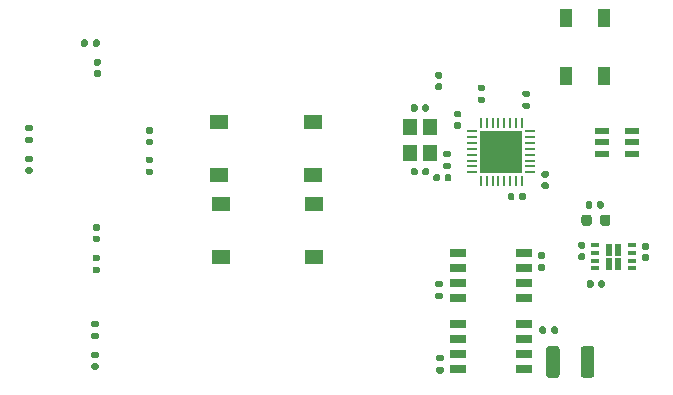
<source format=gtp>
%TF.GenerationSoftware,KiCad,Pcbnew,(5.1.12)-1*%
%TF.CreationDate,2023-03-06T18:53:53+01:00*%
%TF.ProjectId,C4V1,43345631-2e6b-4696-9361-645f70636258,rev?*%
%TF.SameCoordinates,Original*%
%TF.FileFunction,Paste,Top*%
%TF.FilePolarity,Positive*%
%FSLAX46Y46*%
G04 Gerber Fmt 4.6, Leading zero omitted, Abs format (unit mm)*
G04 Created by KiCad (PCBNEW (5.1.12)-1) date 2023-03-06 18:53:53*
%MOMM*%
%LPD*%
G01*
G04 APERTURE LIST*
%ADD10R,1.000000X1.500000*%
%ADD11R,1.550000X1.300000*%
%ADD12R,1.200000X1.400000*%
%ADD13R,0.600000X1.000000*%
%ADD14R,0.650000X0.350000*%
%ADD15R,1.350000X0.650000*%
%ADD16R,3.600000X3.600000*%
%ADD17R,0.250000X0.850000*%
%ADD18R,0.850000X0.250000*%
%ADD19R,1.200000X0.600000*%
G04 APERTURE END LIST*
D10*
X105510000Y-103910000D03*
X108710000Y-103910000D03*
X105510000Y-99010000D03*
X108710000Y-99010000D03*
D11*
X84175000Y-119250000D03*
X84175000Y-114750000D03*
X76225000Y-114750000D03*
X76225000Y-119250000D03*
X76125000Y-107750000D03*
X76125000Y-112250000D03*
X84075000Y-112250000D03*
X84075000Y-107750000D03*
G36*
G01*
X94530000Y-104500000D02*
X94870000Y-104500000D01*
G75*
G02*
X95010000Y-104640000I0J-140000D01*
G01*
X95010000Y-104920000D01*
G75*
G02*
X94870000Y-105060000I-140000J0D01*
G01*
X94530000Y-105060000D01*
G75*
G02*
X94390000Y-104920000I0J140000D01*
G01*
X94390000Y-104640000D01*
G75*
G02*
X94530000Y-104500000I140000J0D01*
G01*
G37*
G36*
G01*
X94530000Y-103540000D02*
X94870000Y-103540000D01*
G75*
G02*
X95010000Y-103680000I0J-140000D01*
G01*
X95010000Y-103960000D01*
G75*
G02*
X94870000Y-104100000I-140000J0D01*
G01*
X94530000Y-104100000D01*
G75*
G02*
X94390000Y-103960000I0J140000D01*
G01*
X94390000Y-103680000D01*
G75*
G02*
X94530000Y-103540000I140000J0D01*
G01*
G37*
G36*
G01*
X65440000Y-101285000D02*
X65440000Y-100915000D01*
G75*
G02*
X65575000Y-100780000I135000J0D01*
G01*
X65845000Y-100780000D01*
G75*
G02*
X65980000Y-100915000I0J-135000D01*
G01*
X65980000Y-101285000D01*
G75*
G02*
X65845000Y-101420000I-135000J0D01*
G01*
X65575000Y-101420000D01*
G75*
G02*
X65440000Y-101285000I0J135000D01*
G01*
G37*
G36*
G01*
X64420000Y-101285000D02*
X64420000Y-100915000D01*
G75*
G02*
X64555000Y-100780000I135000J0D01*
G01*
X64825000Y-100780000D01*
G75*
G02*
X64960000Y-100915000I0J-135000D01*
G01*
X64960000Y-101285000D01*
G75*
G02*
X64825000Y-101420000I-135000J0D01*
G01*
X64555000Y-101420000D01*
G75*
G02*
X64420000Y-101285000I0J135000D01*
G01*
G37*
G36*
G01*
X65885000Y-119560000D02*
X65515000Y-119560000D01*
G75*
G02*
X65380000Y-119425000I0J135000D01*
G01*
X65380000Y-119155000D01*
G75*
G02*
X65515000Y-119020000I135000J0D01*
G01*
X65885000Y-119020000D01*
G75*
G02*
X66020000Y-119155000I0J-135000D01*
G01*
X66020000Y-119425000D01*
G75*
G02*
X65885000Y-119560000I-135000J0D01*
G01*
G37*
G36*
G01*
X65885000Y-120580000D02*
X65515000Y-120580000D01*
G75*
G02*
X65380000Y-120445000I0J135000D01*
G01*
X65380000Y-120175000D01*
G75*
G02*
X65515000Y-120040000I135000J0D01*
G01*
X65885000Y-120040000D01*
G75*
G02*
X66020000Y-120175000I0J-135000D01*
G01*
X66020000Y-120445000D01*
G75*
G02*
X65885000Y-120580000I-135000J0D01*
G01*
G37*
G36*
G01*
X59815000Y-109050000D02*
X60185000Y-109050000D01*
G75*
G02*
X60320000Y-109185000I0J-135000D01*
G01*
X60320000Y-109455000D01*
G75*
G02*
X60185000Y-109590000I-135000J0D01*
G01*
X59815000Y-109590000D01*
G75*
G02*
X59680000Y-109455000I0J135000D01*
G01*
X59680000Y-109185000D01*
G75*
G02*
X59815000Y-109050000I135000J0D01*
G01*
G37*
G36*
G01*
X59815000Y-108030000D02*
X60185000Y-108030000D01*
G75*
G02*
X60320000Y-108165000I0J-135000D01*
G01*
X60320000Y-108435000D01*
G75*
G02*
X60185000Y-108570000I-135000J0D01*
G01*
X59815000Y-108570000D01*
G75*
G02*
X59680000Y-108435000I0J135000D01*
G01*
X59680000Y-108165000D01*
G75*
G02*
X59815000Y-108030000I135000J0D01*
G01*
G37*
G36*
G01*
X70385000Y-111260000D02*
X70015000Y-111260000D01*
G75*
G02*
X69880000Y-111125000I0J135000D01*
G01*
X69880000Y-110855000D01*
G75*
G02*
X70015000Y-110720000I135000J0D01*
G01*
X70385000Y-110720000D01*
G75*
G02*
X70520000Y-110855000I0J-135000D01*
G01*
X70520000Y-111125000D01*
G75*
G02*
X70385000Y-111260000I-135000J0D01*
G01*
G37*
G36*
G01*
X70385000Y-112280000D02*
X70015000Y-112280000D01*
G75*
G02*
X69880000Y-112145000I0J135000D01*
G01*
X69880000Y-111875000D01*
G75*
G02*
X70015000Y-111740000I135000J0D01*
G01*
X70385000Y-111740000D01*
G75*
G02*
X70520000Y-111875000I0J-135000D01*
G01*
X70520000Y-112145000D01*
G75*
G02*
X70385000Y-112280000I-135000J0D01*
G01*
G37*
G36*
G01*
X65415000Y-125640000D02*
X65785000Y-125640000D01*
G75*
G02*
X65920000Y-125775000I0J-135000D01*
G01*
X65920000Y-126045000D01*
G75*
G02*
X65785000Y-126180000I-135000J0D01*
G01*
X65415000Y-126180000D01*
G75*
G02*
X65280000Y-126045000I0J135000D01*
G01*
X65280000Y-125775000D01*
G75*
G02*
X65415000Y-125640000I135000J0D01*
G01*
G37*
G36*
G01*
X65415000Y-124620000D02*
X65785000Y-124620000D01*
G75*
G02*
X65920000Y-124755000I0J-135000D01*
G01*
X65920000Y-125025000D01*
G75*
G02*
X65785000Y-125160000I-135000J0D01*
G01*
X65415000Y-125160000D01*
G75*
G02*
X65280000Y-125025000I0J135000D01*
G01*
X65280000Y-124755000D01*
G75*
G02*
X65415000Y-124620000I135000J0D01*
G01*
G37*
G36*
G01*
X101915000Y-106140000D02*
X102285000Y-106140000D01*
G75*
G02*
X102420000Y-106275000I0J-135000D01*
G01*
X102420000Y-106545000D01*
G75*
G02*
X102285000Y-106680000I-135000J0D01*
G01*
X101915000Y-106680000D01*
G75*
G02*
X101780000Y-106545000I0J135000D01*
G01*
X101780000Y-106275000D01*
G75*
G02*
X101915000Y-106140000I135000J0D01*
G01*
G37*
G36*
G01*
X101915000Y-105120000D02*
X102285000Y-105120000D01*
G75*
G02*
X102420000Y-105255000I0J-135000D01*
G01*
X102420000Y-105525000D01*
G75*
G02*
X102285000Y-105660000I-135000J0D01*
G01*
X101915000Y-105660000D01*
G75*
G02*
X101780000Y-105525000I0J135000D01*
G01*
X101780000Y-105255000D01*
G75*
G02*
X101915000Y-105120000I135000J0D01*
G01*
G37*
G36*
G01*
X65630000Y-103400000D02*
X65970000Y-103400000D01*
G75*
G02*
X66110000Y-103540000I0J-140000D01*
G01*
X66110000Y-103820000D01*
G75*
G02*
X65970000Y-103960000I-140000J0D01*
G01*
X65630000Y-103960000D01*
G75*
G02*
X65490000Y-103820000I0J140000D01*
G01*
X65490000Y-103540000D01*
G75*
G02*
X65630000Y-103400000I140000J0D01*
G01*
G37*
G36*
G01*
X65630000Y-102440000D02*
X65970000Y-102440000D01*
G75*
G02*
X66110000Y-102580000I0J-140000D01*
G01*
X66110000Y-102860000D01*
G75*
G02*
X65970000Y-103000000I-140000J0D01*
G01*
X65630000Y-103000000D01*
G75*
G02*
X65490000Y-102860000I0J140000D01*
G01*
X65490000Y-102580000D01*
G75*
G02*
X65630000Y-102440000I140000J0D01*
G01*
G37*
G36*
G01*
X65870000Y-117000000D02*
X65530000Y-117000000D01*
G75*
G02*
X65390000Y-116860000I0J140000D01*
G01*
X65390000Y-116580000D01*
G75*
G02*
X65530000Y-116440000I140000J0D01*
G01*
X65870000Y-116440000D01*
G75*
G02*
X66010000Y-116580000I0J-140000D01*
G01*
X66010000Y-116860000D01*
G75*
G02*
X65870000Y-117000000I-140000J0D01*
G01*
G37*
G36*
G01*
X65870000Y-117960000D02*
X65530000Y-117960000D01*
G75*
G02*
X65390000Y-117820000I0J140000D01*
G01*
X65390000Y-117540000D01*
G75*
G02*
X65530000Y-117400000I140000J0D01*
G01*
X65870000Y-117400000D01*
G75*
G02*
X66010000Y-117540000I0J-140000D01*
G01*
X66010000Y-117820000D01*
G75*
G02*
X65870000Y-117960000I-140000J0D01*
G01*
G37*
G36*
G01*
X59830000Y-111600000D02*
X60170000Y-111600000D01*
G75*
G02*
X60310000Y-111740000I0J-140000D01*
G01*
X60310000Y-112020000D01*
G75*
G02*
X60170000Y-112160000I-140000J0D01*
G01*
X59830000Y-112160000D01*
G75*
G02*
X59690000Y-112020000I0J140000D01*
G01*
X59690000Y-111740000D01*
G75*
G02*
X59830000Y-111600000I140000J0D01*
G01*
G37*
G36*
G01*
X59830000Y-110640000D02*
X60170000Y-110640000D01*
G75*
G02*
X60310000Y-110780000I0J-140000D01*
G01*
X60310000Y-111060000D01*
G75*
G02*
X60170000Y-111200000I-140000J0D01*
G01*
X59830000Y-111200000D01*
G75*
G02*
X59690000Y-111060000I0J140000D01*
G01*
X59690000Y-110780000D01*
G75*
G02*
X59830000Y-110640000I140000J0D01*
G01*
G37*
G36*
G01*
X70370000Y-108800000D02*
X70030000Y-108800000D01*
G75*
G02*
X69890000Y-108660000I0J140000D01*
G01*
X69890000Y-108380000D01*
G75*
G02*
X70030000Y-108240000I140000J0D01*
G01*
X70370000Y-108240000D01*
G75*
G02*
X70510000Y-108380000I0J-140000D01*
G01*
X70510000Y-108660000D01*
G75*
G02*
X70370000Y-108800000I-140000J0D01*
G01*
G37*
G36*
G01*
X70370000Y-109760000D02*
X70030000Y-109760000D01*
G75*
G02*
X69890000Y-109620000I0J140000D01*
G01*
X69890000Y-109340000D01*
G75*
G02*
X70030000Y-109200000I140000J0D01*
G01*
X70370000Y-109200000D01*
G75*
G02*
X70510000Y-109340000I0J-140000D01*
G01*
X70510000Y-109620000D01*
G75*
G02*
X70370000Y-109760000I-140000J0D01*
G01*
G37*
G36*
G01*
X65430000Y-128200000D02*
X65770000Y-128200000D01*
G75*
G02*
X65910000Y-128340000I0J-140000D01*
G01*
X65910000Y-128620000D01*
G75*
G02*
X65770000Y-128760000I-140000J0D01*
G01*
X65430000Y-128760000D01*
G75*
G02*
X65290000Y-128620000I0J140000D01*
G01*
X65290000Y-128340000D01*
G75*
G02*
X65430000Y-128200000I140000J0D01*
G01*
G37*
G36*
G01*
X65430000Y-127240000D02*
X65770000Y-127240000D01*
G75*
G02*
X65910000Y-127380000I0J-140000D01*
G01*
X65910000Y-127660000D01*
G75*
G02*
X65770000Y-127800000I-140000J0D01*
G01*
X65430000Y-127800000D01*
G75*
G02*
X65290000Y-127660000I0J140000D01*
G01*
X65290000Y-127380000D01*
G75*
G02*
X65430000Y-127240000I140000J0D01*
G01*
G37*
G36*
G01*
X104925000Y-126999999D02*
X104925000Y-129200001D01*
G75*
G02*
X104675001Y-129450000I-249999J0D01*
G01*
X104024999Y-129450000D01*
G75*
G02*
X103775000Y-129200001I0J249999D01*
G01*
X103775000Y-126999999D01*
G75*
G02*
X104024999Y-126750000I249999J0D01*
G01*
X104675001Y-126750000D01*
G75*
G02*
X104925000Y-126999999I0J-249999D01*
G01*
G37*
G36*
G01*
X107875000Y-126999999D02*
X107875000Y-129200001D01*
G75*
G02*
X107625001Y-129450000I-249999J0D01*
G01*
X106974999Y-129450000D01*
G75*
G02*
X106725000Y-129200001I0J249999D01*
G01*
X106725000Y-126999999D01*
G75*
G02*
X106974999Y-126750000I249999J0D01*
G01*
X107625001Y-126750000D01*
G75*
G02*
X107875000Y-126999999I0J-249999D01*
G01*
G37*
D12*
X92250000Y-110400000D03*
X92250000Y-108200000D03*
X93950000Y-108200000D03*
X93950000Y-110400000D03*
D13*
X109112500Y-118600000D03*
X109887500Y-118600000D03*
X109887500Y-119800000D03*
X109112500Y-119800000D03*
D14*
X111050000Y-118225000D03*
X111050000Y-118875000D03*
X111050000Y-119525000D03*
X111050000Y-120175000D03*
X107950000Y-120175000D03*
X107950000Y-119525000D03*
X107950000Y-118875000D03*
X107950000Y-118225000D03*
G36*
G01*
X98485000Y-105160000D02*
X98115000Y-105160000D01*
G75*
G02*
X97980000Y-105025000I0J135000D01*
G01*
X97980000Y-104755000D01*
G75*
G02*
X98115000Y-104620000I135000J0D01*
G01*
X98485000Y-104620000D01*
G75*
G02*
X98620000Y-104755000I0J-135000D01*
G01*
X98620000Y-105025000D01*
G75*
G02*
X98485000Y-105160000I-135000J0D01*
G01*
G37*
G36*
G01*
X98485000Y-106180000D02*
X98115000Y-106180000D01*
G75*
G02*
X97980000Y-106045000I0J135000D01*
G01*
X97980000Y-105775000D01*
G75*
G02*
X98115000Y-105640000I135000J0D01*
G01*
X98485000Y-105640000D01*
G75*
G02*
X98620000Y-105775000I0J-135000D01*
G01*
X98620000Y-106045000D01*
G75*
G02*
X98485000Y-106180000I-135000J0D01*
G01*
G37*
G36*
G01*
X95215000Y-111240000D02*
X95585000Y-111240000D01*
G75*
G02*
X95720000Y-111375000I0J-135000D01*
G01*
X95720000Y-111645000D01*
G75*
G02*
X95585000Y-111780000I-135000J0D01*
G01*
X95215000Y-111780000D01*
G75*
G02*
X95080000Y-111645000I0J135000D01*
G01*
X95080000Y-111375000D01*
G75*
G02*
X95215000Y-111240000I135000J0D01*
G01*
G37*
G36*
G01*
X95215000Y-110220000D02*
X95585000Y-110220000D01*
G75*
G02*
X95720000Y-110355000I0J-135000D01*
G01*
X95720000Y-110625000D01*
G75*
G02*
X95585000Y-110760000I-135000J0D01*
G01*
X95215000Y-110760000D01*
G75*
G02*
X95080000Y-110625000I0J135000D01*
G01*
X95080000Y-110355000D01*
G75*
G02*
X95215000Y-110220000I135000J0D01*
G01*
G37*
G36*
G01*
X94985000Y-128060000D02*
X94615000Y-128060000D01*
G75*
G02*
X94480000Y-127925000I0J135000D01*
G01*
X94480000Y-127655000D01*
G75*
G02*
X94615000Y-127520000I135000J0D01*
G01*
X94985000Y-127520000D01*
G75*
G02*
X95120000Y-127655000I0J-135000D01*
G01*
X95120000Y-127925000D01*
G75*
G02*
X94985000Y-128060000I-135000J0D01*
G01*
G37*
G36*
G01*
X94985000Y-129080000D02*
X94615000Y-129080000D01*
G75*
G02*
X94480000Y-128945000I0J135000D01*
G01*
X94480000Y-128675000D01*
G75*
G02*
X94615000Y-128540000I135000J0D01*
G01*
X94985000Y-128540000D01*
G75*
G02*
X95120000Y-128675000I0J-135000D01*
G01*
X95120000Y-128945000D01*
G75*
G02*
X94985000Y-129080000I-135000J0D01*
G01*
G37*
G36*
G01*
X103760000Y-125215000D02*
X103760000Y-125585000D01*
G75*
G02*
X103625000Y-125720000I-135000J0D01*
G01*
X103355000Y-125720000D01*
G75*
G02*
X103220000Y-125585000I0J135000D01*
G01*
X103220000Y-125215000D01*
G75*
G02*
X103355000Y-125080000I135000J0D01*
G01*
X103625000Y-125080000D01*
G75*
G02*
X103760000Y-125215000I0J-135000D01*
G01*
G37*
G36*
G01*
X104780000Y-125215000D02*
X104780000Y-125585000D01*
G75*
G02*
X104645000Y-125720000I-135000J0D01*
G01*
X104375000Y-125720000D01*
G75*
G02*
X104240000Y-125585000I0J135000D01*
G01*
X104240000Y-125215000D01*
G75*
G02*
X104375000Y-125080000I135000J0D01*
G01*
X104645000Y-125080000D01*
G75*
G02*
X104780000Y-125215000I0J-135000D01*
G01*
G37*
G36*
G01*
X94885000Y-121760000D02*
X94515000Y-121760000D01*
G75*
G02*
X94380000Y-121625000I0J135000D01*
G01*
X94380000Y-121355000D01*
G75*
G02*
X94515000Y-121220000I135000J0D01*
G01*
X94885000Y-121220000D01*
G75*
G02*
X95020000Y-121355000I0J-135000D01*
G01*
X95020000Y-121625000D01*
G75*
G02*
X94885000Y-121760000I-135000J0D01*
G01*
G37*
G36*
G01*
X94885000Y-122780000D02*
X94515000Y-122780000D01*
G75*
G02*
X94380000Y-122645000I0J135000D01*
G01*
X94380000Y-122375000D01*
G75*
G02*
X94515000Y-122240000I135000J0D01*
G01*
X94885000Y-122240000D01*
G75*
G02*
X95020000Y-122375000I0J-135000D01*
G01*
X95020000Y-122645000D01*
G75*
G02*
X94885000Y-122780000I-135000J0D01*
G01*
G37*
G36*
G01*
X103215000Y-119840000D02*
X103585000Y-119840000D01*
G75*
G02*
X103720000Y-119975000I0J-135000D01*
G01*
X103720000Y-120245000D01*
G75*
G02*
X103585000Y-120380000I-135000J0D01*
G01*
X103215000Y-120380000D01*
G75*
G02*
X103080000Y-120245000I0J135000D01*
G01*
X103080000Y-119975000D01*
G75*
G02*
X103215000Y-119840000I135000J0D01*
G01*
G37*
G36*
G01*
X103215000Y-118820000D02*
X103585000Y-118820000D01*
G75*
G02*
X103720000Y-118955000I0J-135000D01*
G01*
X103720000Y-119225000D01*
G75*
G02*
X103585000Y-119360000I-135000J0D01*
G01*
X103215000Y-119360000D01*
G75*
G02*
X103080000Y-119225000I0J135000D01*
G01*
X103080000Y-118955000D01*
G75*
G02*
X103215000Y-118820000I135000J0D01*
G01*
G37*
D15*
X96300000Y-128705000D03*
X96300000Y-127435000D03*
X96300000Y-126165000D03*
X96300000Y-124895000D03*
X101900000Y-124895000D03*
X101900000Y-126165000D03*
X101900000Y-127435000D03*
X101900000Y-128705000D03*
X96300000Y-122705000D03*
X96300000Y-121435000D03*
X96300000Y-120165000D03*
X96300000Y-118895000D03*
X101900000Y-118895000D03*
X101900000Y-120165000D03*
X101900000Y-121435000D03*
X101900000Y-122705000D03*
G36*
G01*
X96470000Y-107400000D02*
X96130000Y-107400000D01*
G75*
G02*
X95990000Y-107260000I0J140000D01*
G01*
X95990000Y-106980000D01*
G75*
G02*
X96130000Y-106840000I140000J0D01*
G01*
X96470000Y-106840000D01*
G75*
G02*
X96610000Y-106980000I0J-140000D01*
G01*
X96610000Y-107260000D01*
G75*
G02*
X96470000Y-107400000I-140000J0D01*
G01*
G37*
G36*
G01*
X96470000Y-108360000D02*
X96130000Y-108360000D01*
G75*
G02*
X95990000Y-108220000I0J140000D01*
G01*
X95990000Y-107940000D01*
G75*
G02*
X96130000Y-107800000I140000J0D01*
G01*
X96470000Y-107800000D01*
G75*
G02*
X96610000Y-107940000I0J-140000D01*
G01*
X96610000Y-108220000D01*
G75*
G02*
X96470000Y-108360000I-140000J0D01*
G01*
G37*
G36*
G01*
X101100000Y-113930000D02*
X101100000Y-114270000D01*
G75*
G02*
X100960000Y-114410000I-140000J0D01*
G01*
X100680000Y-114410000D01*
G75*
G02*
X100540000Y-114270000I0J140000D01*
G01*
X100540000Y-113930000D01*
G75*
G02*
X100680000Y-113790000I140000J0D01*
G01*
X100960000Y-113790000D01*
G75*
G02*
X101100000Y-113930000I0J-140000D01*
G01*
G37*
G36*
G01*
X102060000Y-113930000D02*
X102060000Y-114270000D01*
G75*
G02*
X101920000Y-114410000I-140000J0D01*
G01*
X101640000Y-114410000D01*
G75*
G02*
X101500000Y-114270000I0J140000D01*
G01*
X101500000Y-113930000D01*
G75*
G02*
X101640000Y-113790000I140000J0D01*
G01*
X101920000Y-113790000D01*
G75*
G02*
X102060000Y-113930000I0J-140000D01*
G01*
G37*
G36*
G01*
X103530000Y-112900000D02*
X103870000Y-112900000D01*
G75*
G02*
X104010000Y-113040000I0J-140000D01*
G01*
X104010000Y-113320000D01*
G75*
G02*
X103870000Y-113460000I-140000J0D01*
G01*
X103530000Y-113460000D01*
G75*
G02*
X103390000Y-113320000I0J140000D01*
G01*
X103390000Y-113040000D01*
G75*
G02*
X103530000Y-112900000I140000J0D01*
G01*
G37*
G36*
G01*
X103530000Y-111940000D02*
X103870000Y-111940000D01*
G75*
G02*
X104010000Y-112080000I0J-140000D01*
G01*
X104010000Y-112360000D01*
G75*
G02*
X103870000Y-112500000I-140000J0D01*
G01*
X103530000Y-112500000D01*
G75*
G02*
X103390000Y-112360000I0J140000D01*
G01*
X103390000Y-112080000D01*
G75*
G02*
X103530000Y-111940000I140000J0D01*
G01*
G37*
G36*
G01*
X94800000Y-112330000D02*
X94800000Y-112670000D01*
G75*
G02*
X94660000Y-112810000I-140000J0D01*
G01*
X94380000Y-112810000D01*
G75*
G02*
X94240000Y-112670000I0J140000D01*
G01*
X94240000Y-112330000D01*
G75*
G02*
X94380000Y-112190000I140000J0D01*
G01*
X94660000Y-112190000D01*
G75*
G02*
X94800000Y-112330000I0J-140000D01*
G01*
G37*
G36*
G01*
X95760000Y-112330000D02*
X95760000Y-112670000D01*
G75*
G02*
X95620000Y-112810000I-140000J0D01*
G01*
X95340000Y-112810000D01*
G75*
G02*
X95200000Y-112670000I0J140000D01*
G01*
X95200000Y-112330000D01*
G75*
G02*
X95340000Y-112190000I140000J0D01*
G01*
X95620000Y-112190000D01*
G75*
G02*
X95760000Y-112330000I0J-140000D01*
G01*
G37*
G36*
G01*
X108100000Y-114970000D02*
X108100000Y-114630000D01*
G75*
G02*
X108240000Y-114490000I140000J0D01*
G01*
X108520000Y-114490000D01*
G75*
G02*
X108660000Y-114630000I0J-140000D01*
G01*
X108660000Y-114970000D01*
G75*
G02*
X108520000Y-115110000I-140000J0D01*
G01*
X108240000Y-115110000D01*
G75*
G02*
X108100000Y-114970000I0J140000D01*
G01*
G37*
G36*
G01*
X107140000Y-114970000D02*
X107140000Y-114630000D01*
G75*
G02*
X107280000Y-114490000I140000J0D01*
G01*
X107560000Y-114490000D01*
G75*
G02*
X107700000Y-114630000I0J-140000D01*
G01*
X107700000Y-114970000D01*
G75*
G02*
X107560000Y-115110000I-140000J0D01*
G01*
X107280000Y-115110000D01*
G75*
G02*
X107140000Y-114970000I0J140000D01*
G01*
G37*
G36*
G01*
X93300000Y-112170000D02*
X93300000Y-111830000D01*
G75*
G02*
X93440000Y-111690000I140000J0D01*
G01*
X93720000Y-111690000D01*
G75*
G02*
X93860000Y-111830000I0J-140000D01*
G01*
X93860000Y-112170000D01*
G75*
G02*
X93720000Y-112310000I-140000J0D01*
G01*
X93440000Y-112310000D01*
G75*
G02*
X93300000Y-112170000I0J140000D01*
G01*
G37*
G36*
G01*
X92340000Y-112170000D02*
X92340000Y-111830000D01*
G75*
G02*
X92480000Y-111690000I140000J0D01*
G01*
X92760000Y-111690000D01*
G75*
G02*
X92900000Y-111830000I0J-140000D01*
G01*
X92900000Y-112170000D01*
G75*
G02*
X92760000Y-112310000I-140000J0D01*
G01*
X92480000Y-112310000D01*
G75*
G02*
X92340000Y-112170000I0J140000D01*
G01*
G37*
G36*
G01*
X92900000Y-106430000D02*
X92900000Y-106770000D01*
G75*
G02*
X92760000Y-106910000I-140000J0D01*
G01*
X92480000Y-106910000D01*
G75*
G02*
X92340000Y-106770000I0J140000D01*
G01*
X92340000Y-106430000D01*
G75*
G02*
X92480000Y-106290000I140000J0D01*
G01*
X92760000Y-106290000D01*
G75*
G02*
X92900000Y-106430000I0J-140000D01*
G01*
G37*
G36*
G01*
X93860000Y-106430000D02*
X93860000Y-106770000D01*
G75*
G02*
X93720000Y-106910000I-140000J0D01*
G01*
X93440000Y-106910000D01*
G75*
G02*
X93300000Y-106770000I0J140000D01*
G01*
X93300000Y-106430000D01*
G75*
G02*
X93440000Y-106290000I140000J0D01*
G01*
X93720000Y-106290000D01*
G75*
G02*
X93860000Y-106430000I0J-140000D01*
G01*
G37*
G36*
G01*
X112030000Y-119000000D02*
X112370000Y-119000000D01*
G75*
G02*
X112510000Y-119140000I0J-140000D01*
G01*
X112510000Y-119420000D01*
G75*
G02*
X112370000Y-119560000I-140000J0D01*
G01*
X112030000Y-119560000D01*
G75*
G02*
X111890000Y-119420000I0J140000D01*
G01*
X111890000Y-119140000D01*
G75*
G02*
X112030000Y-119000000I140000J0D01*
G01*
G37*
G36*
G01*
X112030000Y-118040000D02*
X112370000Y-118040000D01*
G75*
G02*
X112510000Y-118180000I0J-140000D01*
G01*
X112510000Y-118460000D01*
G75*
G02*
X112370000Y-118600000I-140000J0D01*
G01*
X112030000Y-118600000D01*
G75*
G02*
X111890000Y-118460000I0J140000D01*
G01*
X111890000Y-118180000D01*
G75*
G02*
X112030000Y-118040000I140000J0D01*
G01*
G37*
G36*
G01*
X108200000Y-121670000D02*
X108200000Y-121330000D01*
G75*
G02*
X108340000Y-121190000I140000J0D01*
G01*
X108620000Y-121190000D01*
G75*
G02*
X108760000Y-121330000I0J-140000D01*
G01*
X108760000Y-121670000D01*
G75*
G02*
X108620000Y-121810000I-140000J0D01*
G01*
X108340000Y-121810000D01*
G75*
G02*
X108200000Y-121670000I0J140000D01*
G01*
G37*
G36*
G01*
X107240000Y-121670000D02*
X107240000Y-121330000D01*
G75*
G02*
X107380000Y-121190000I140000J0D01*
G01*
X107660000Y-121190000D01*
G75*
G02*
X107800000Y-121330000I0J-140000D01*
G01*
X107800000Y-121670000D01*
G75*
G02*
X107660000Y-121810000I-140000J0D01*
G01*
X107380000Y-121810000D01*
G75*
G02*
X107240000Y-121670000I0J140000D01*
G01*
G37*
G36*
G01*
X106630000Y-118900000D02*
X106970000Y-118900000D01*
G75*
G02*
X107110000Y-119040000I0J-140000D01*
G01*
X107110000Y-119320000D01*
G75*
G02*
X106970000Y-119460000I-140000J0D01*
G01*
X106630000Y-119460000D01*
G75*
G02*
X106490000Y-119320000I0J140000D01*
G01*
X106490000Y-119040000D01*
G75*
G02*
X106630000Y-118900000I140000J0D01*
G01*
G37*
G36*
G01*
X106630000Y-117940000D02*
X106970000Y-117940000D01*
G75*
G02*
X107110000Y-118080000I0J-140000D01*
G01*
X107110000Y-118360000D01*
G75*
G02*
X106970000Y-118500000I-140000J0D01*
G01*
X106630000Y-118500000D01*
G75*
G02*
X106490000Y-118360000I0J140000D01*
G01*
X106490000Y-118080000D01*
G75*
G02*
X106630000Y-117940000I140000J0D01*
G01*
G37*
D16*
X100000000Y-110300000D03*
D17*
X98250000Y-107850000D03*
X98750000Y-107850000D03*
X99250000Y-107850000D03*
X99750000Y-107850000D03*
X100250000Y-107850000D03*
X100750000Y-107850000D03*
X101250000Y-107850000D03*
X101750000Y-107850000D03*
D18*
X102450000Y-108550000D03*
X102450000Y-109050000D03*
X102450000Y-109550000D03*
X102450000Y-110050000D03*
X102450000Y-110550000D03*
X102450000Y-111050000D03*
X102450000Y-111550000D03*
X102450000Y-112050000D03*
D17*
X101750000Y-112750000D03*
X101250000Y-112750000D03*
X100750000Y-112750000D03*
X100250000Y-112750000D03*
X99750000Y-112750000D03*
X99250000Y-112750000D03*
X98750000Y-112750000D03*
X98250000Y-112750000D03*
D18*
X97550000Y-112050000D03*
X97550000Y-111550000D03*
X97550000Y-111050000D03*
X97550000Y-110550000D03*
X97550000Y-110050000D03*
X97550000Y-109550000D03*
X97550000Y-109050000D03*
X97550000Y-108550000D03*
D19*
X108550000Y-110450000D03*
X108550000Y-109500000D03*
X108550000Y-108550000D03*
X111050000Y-108550000D03*
X111050000Y-109500000D03*
X111050000Y-110450000D03*
G36*
G01*
X108350000Y-116356250D02*
X108350000Y-115843750D01*
G75*
G02*
X108568750Y-115625000I218750J0D01*
G01*
X109006250Y-115625000D01*
G75*
G02*
X109225000Y-115843750I0J-218750D01*
G01*
X109225000Y-116356250D01*
G75*
G02*
X109006250Y-116575000I-218750J0D01*
G01*
X108568750Y-116575000D01*
G75*
G02*
X108350000Y-116356250I0J218750D01*
G01*
G37*
G36*
G01*
X106775000Y-116356250D02*
X106775000Y-115843750D01*
G75*
G02*
X106993750Y-115625000I218750J0D01*
G01*
X107431250Y-115625000D01*
G75*
G02*
X107650000Y-115843750I0J-218750D01*
G01*
X107650000Y-116356250D01*
G75*
G02*
X107431250Y-116575000I-218750J0D01*
G01*
X106993750Y-116575000D01*
G75*
G02*
X106775000Y-116356250I0J218750D01*
G01*
G37*
M02*

</source>
